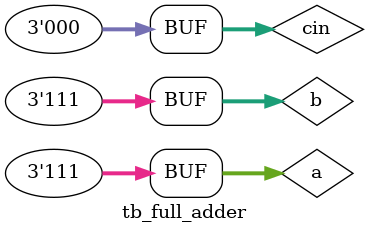
<source format=v>
module full_adder(a,b,cin,sum,cout);
input [2:0]a;
input [2:0]b;
input [2:0]cin;
output [2:0]sum;
output [2:0]cout;

assign sum = a^b^cin;
assign cout = (a & b) | (cin & (a^b)); 

endmodule


module tb_full_adder;

     reg [2:0]a;
	 reg [2:0]b;
	 reg [2:0]cin;
     wire [2:0]sum;
	 wire [2:0]cout;
	 integer i,j;
	 
     full_adder Fa (.a(a) ,.b(b),.sum(sum),.cin(cin),.cout(cout));
	 
     initial begin
		 
         $monitor("a = %b ,b= %b , sum = %b , carry = %b ",a,b,sum,cout);
		 $dumpfile("fulladder.vcd");
		 $dumpvars;
a = 0; b = 0; cin = 0;#5
a = 0; b = 1; cin = 0;#5
a = 0; b = 2; cin = 0;#5
a = 0; b = 3; cin = 0;#5
a = 0; b = 4; cin = 0;#5
a = 0; b = 5; cin = 0;#5
a = 0; b = 6; cin = 0;#5
a = 0; b = 7; cin = 0;#5

a = 1; b = 0; cin = 0;#5
a = 1; b = 1; cin = 0;#5
a = 1; b = 2; cin = 0;#5
a = 1; b = 3; cin = 0;#5
a = 1; b = 4; cin = 0;#5
a = 1; b = 5; cin = 0;#5
a = 1; b = 6; cin = 0;#5
a = 1; b = 7; cin = 0;#5

a = 2; b = 0; cin = 0;#5
a = 2; b = 1; cin = 0;#5
a = 2; b = 2; cin = 0;#5
a = 2; b = 3; cin = 0;#5
a = 2; b = 4; cin = 0;#5
a = 2; b = 5; cin = 0;#5
a = 2; b = 6; cin = 0;#5
a = 2; b = 7; cin = 0;#5

a = 3; b = 0; cin = 0;#5
a = 3; b = 1; cin = 0;#5
a = 3; b = 2; cin = 0;#5
a = 3; b = 3; cin = 0;#5
a = 3; b = 4; cin = 0;#5
a = 3; b = 5; cin = 0;#5
a = 3; b = 6; cin = 0;#5
a = 3; b = 7; cin = 0;#5

a = 4; b = 0; cin = 0;#5
a = 4; b = 1; cin = 0;#5
a = 4; b = 2; cin = 0;#5
a = 4; b = 3; cin = 0;#5
a = 4; b = 4; cin = 0;#5
a = 4; b = 5; cin = 0;#5
a = 4; b = 6; cin = 0;#5
a = 4; b = 7; cin = 0;#5

a = 5; b = 0; cin = 0;#5
a = 5; b = 1; cin = 0;#5
a = 5; b = 2; cin = 0;#5
a = 5; b = 3; cin = 0;#5
a = 5; b = 4; cin = 0;#5
a = 5; b = 5; cin = 0;#5
a = 5; b = 6; cin = 0;#5
a = 5; b = 7; cin = 0;#5

a = 6; b = 0; cin = 0;#5
a = 6; b = 1; cin = 0;#5
a = 6; b = 2; cin = 0;#5
a = 6; b = 3; cin = 0;#5
a = 6; b = 4; cin = 0;#5
a = 6; b = 5; cin = 0;#5
a = 6; b = 6; cin = 0;#5
a = 6; b = 7; cin = 0;#5

a = 7; b = 0; cin = 0;#5
a = 7; b = 1; cin = 0;#5
a = 7; b = 2; cin = 0;#5
a = 7; b = 3; cin = 0;#5
a = 7; b = 4; cin = 0;#5
a = 7; b = 5; cin = 0;#5
a = 7; b = 6; cin = 0;#5
a = 7; b = 7; cin = 0;

end
 
endmodule

</source>
